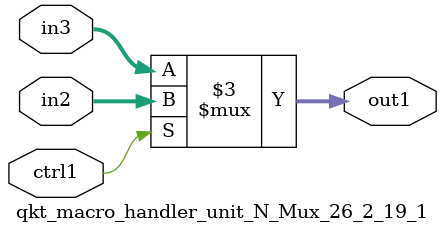
<source format=v>

`timescale 1ps / 1ps


module qkt_macro_handler_unit_N_Mux_26_2_19_1( in3, in2, ctrl1, out1 );

    input [25:0] in3;
    input [25:0] in2;
    input ctrl1;
    output [25:0] out1;
    reg [25:0] out1;

    
    // rtl_process:qkt_macro_handler_unit_N_Mux_26_2_19_1/qkt_macro_handler_unit_N_Mux_26_2_19_1_thread_1
    always @*
      begin : qkt_macro_handler_unit_N_Mux_26_2_19_1_thread_1
        case (ctrl1) 
          1'b1: 
            begin
              out1 = in2;
            end
          default: 
            begin
              out1 = in3;
            end
        endcase
      end

endmodule



</source>
